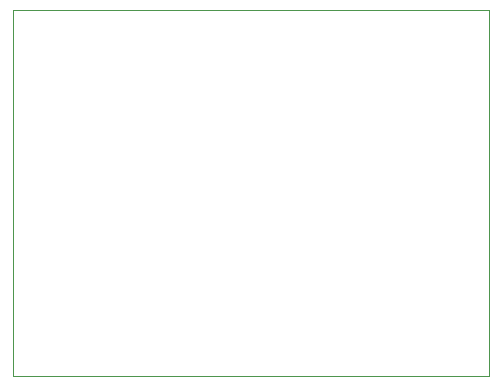
<source format=gbr>
%TF.GenerationSoftware,KiCad,Pcbnew,(6.0.4-0)*%
%TF.CreationDate,2022-07-13T07:01:54-06:00*%
%TF.ProjectId,level_translator,6c657665-6c5f-4747-9261-6e736c61746f,rev?*%
%TF.SameCoordinates,Original*%
%TF.FileFunction,Profile,NP*%
%FSLAX46Y46*%
G04 Gerber Fmt 4.6, Leading zero omitted, Abs format (unit mm)*
G04 Created by KiCad (PCBNEW (6.0.4-0)) date 2022-07-13 07:01:54*
%MOMM*%
%LPD*%
G01*
G04 APERTURE LIST*
%TA.AperFunction,Profile*%
%ADD10C,0.100000*%
%TD*%
G04 APERTURE END LIST*
D10*
X187000000Y-70000000D02*
X146700000Y-70000000D01*
X146700000Y-70000000D02*
X146700000Y-101000000D01*
X146700000Y-101000000D02*
X187000000Y-101000000D01*
X187000000Y-101000000D02*
X187000000Y-70000000D01*
M02*

</source>
